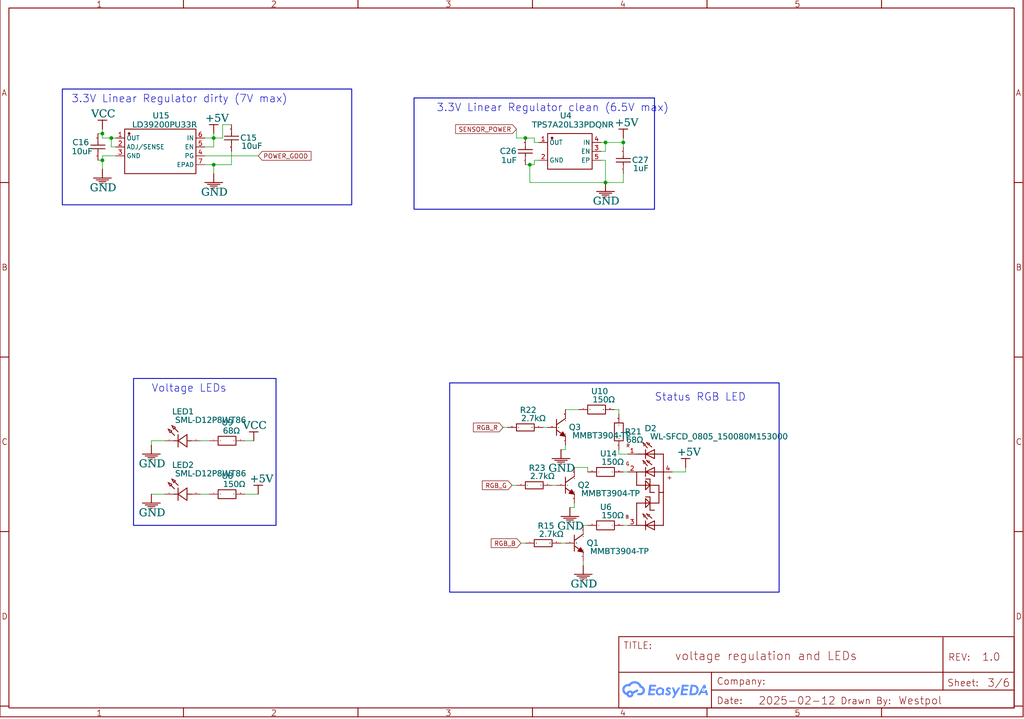
<source format=kicad_sch>
(kicad_sch (version 20250114) (generator "eeschema") (generator_version "9.0")
  (paper "User" 292.1 205.105)
  (lib_symbols
    (symbol "+5V" (power) (pin_numbers (hide yes)) (pin_names (hide yes))
      (property "Value" "+5V" (at 0 -3.81 0))
      (symbol "+5V_0_0"
        (pin power_in line (at 0 0 270) (length 0) (name "+5V") (number "1"))
      )
    )
    (symbol "CL05A105KO5NNNC"
      (property "Reference" "C26" (at -7.239 0.8763 0))
      (property "Value" "1uF" (at -7.112 -1.6637 0))
      (symbol "CL05A105KO5NNNC_0_0"
        (pin input line (at 0 3.81 270) (length 2.54) (name "2") (number "2"))
        (pin input line (at 0 -3.81 90) (length 2.54) (name "1") (number "1"))
      )
    )
    (symbol "CL05A105KO5NNNC_1"
      (property "Reference" "C27" (at 2.54 0.8763 0))
      (property "Value" "1uF" (at 2.54 -1.4097 0))
      (symbol "CL05A105KO5NNNC_1_0_0"
        (pin input line (at 0 3.81 270) (length 2.54) (name "2") (number "2"))
        (pin input line (at 0 -3.81 90) (length 2.54) (name "1") (number "1"))
      )
    )
    (symbol "CL31A106KAHNNNE"
      (property "Reference" "C15" (at 2.54 0.8763 0))
      (property "Value" "10uF" (at 2.54 -1.4097 0))
      (symbol "CL31A106KAHNNNE_0_0"
        (pin input line (at 0 3.81 270) (length 2.54) (name "1") (number "1"))
        (pin input line (at 0 -3.81 90) (length 2.54) (name "2") (number "2"))
      )
    )
    (symbol "CL31A106KAHNNNE_1"
      (property "Reference" "C16" (at -7.239 2.1209 0))
      (property "Value" "10uF" (at -7.7724 -0.3937 0))
      (symbol "CL31A106KAHNNNE_1_0_0"
        (pin input line (at 0 3.81 270) (length 2.54) (name "1") (number "1"))
        (pin input line (at 0 -3.81 90) (length 2.54) (name "2") (number "2"))
      )
    )
    (symbol "CRCW040268R0FKEDC"
      (property "Reference" "U9" (at -1.4986 6.0325 0))
      (property "Value" "68Ω" (at -1.4986 3.7211 0))
      (symbol "CRCW040268R0FKEDC_0_0"
        (pin unspecified line (at -5.08 0 0) (length 2.54) (name "1") (number "1"))
        (pin unspecified line (at 5.08 0 180) (length 2.54) (name "2") (number "2"))
      )
    )
    (symbol "CRCW040268R0FKEDC_1"
      (property "Reference" "R21" (at 1.778 0.8763 0))
      (property "Value" "68Ω" (at 1.778 -1.4097 0))
      (symbol "CRCW040268R0FKEDC_1_0_0"
        (pin unspecified line (at 0 5.08 270) (length 2.54) (name "2") (number "2"))
        (pin unspecified line (at 0 -5.08 90) (length 2.54) (name "1") (number "1"))
      )
    )
    (symbol "GND" (power) (pin_numbers (hide yes)) (pin_names (hide yes))
      (property "Value" "GND" (at 0 -6.35 0))
      (symbol "GND_0_0"
        (pin power_in line (at 0 0 270) (length 0) (name "GND") (number "1"))
      )
    )
    (symbol "LD39200PU33R"
      (property "Reference" "U15" (at -2.159 9.7409 0))
      (property "Value" "LD39200PU33R" (at -8.636 7.2009 0))
      (symbol "LD39200PU33R_0_0"
        (pin unspecified line (at -12.7 2.54 0) (length 2.54) (name "OUT") (number "1"))
        (pin unspecified line (at -12.7 0 0) (length 2.54) (name "ADJ/SENSE") (number "2"))
        (pin unspecified line (at -12.7 -2.54 0) (length 2.54) (name "GND") (number "3"))
        (pin unspecified line (at 12.7 2.54 180) (length 2.54) (name "IN") (number "6"))
        (pin unspecified line (at 12.7 0 180) (length 2.54) (name "EN") (number "5"))
        (pin unspecified line (at 12.7 -2.54 180) (length 2.54) (name "PG") (number "4"))
        (pin unspecified line (at 12.7 -5.08 180) (length 2.54) (name "EPAD") (number "7"))
      )
    )
    (symbol "MMBT3904-TP"
      (property "Reference" "Q1" (at 3.556 0.8763 0))
      (property "Value" "MMBT3904-TP" (at 3.556 -1.4351 0))
      (symbol "MMBT3904-TP_0_0"
        (pin unspecified line (at -2.54 0 0) (length 2.54) (name "B") (number "1"))
        (pin unspecified line (at 2.54 5.08 270) (length 2.54) (name "C") (number "3"))
        (pin unspecified line (at 2.54 -5.08 90) (length 2.54) (name "E") (number "2"))
      )
    )
    (symbol "MMBT3904-TP_1"
      (property "Reference" "Q2" (at 3.556 0.8763 0))
      (property "Value" "MMBT3904-TP" (at 3.556 -1.4351 0))
      (symbol "MMBT3904-TP_1_0_0"
        (pin unspecified line (at -2.54 0 0) (length 2.54) (name "B") (number "1"))
        (pin unspecified line (at 2.54 5.08 270) (length 2.54) (name "C") (number "3"))
        (pin unspecified line (at 2.54 -5.08 90) (length 2.54) (name "E") (number "2"))
      )
    )
    (symbol "MMBT3904-TP_2"
      (property "Reference" "Q3" (at 3.556 0.8763 0))
      (property "Value" "MMBT3904-TP" (at 3.556 -1.4351 0))
      (symbol "MMBT3904-TP_2_0_0"
        (pin unspecified line (at -2.54 0 0) (length 2.54) (name "B") (number "1"))
        (pin unspecified line (at 2.54 5.08 270) (length 2.54) (name "C") (number "3"))
        (pin unspecified line (at 2.54 -5.08 90) (length 2.54) (name "E") (number "2"))
      )
    )
    (symbol "RC0402FR-072K7L"
      (property "Reference" "R15" (at -1.4986 5.7531 0))
      (property "Value" "2.7kΩ" (at -1.4986 3.4671 0))
      (symbol "RC0402FR-072K7L_0_0"
        (pin input line (at -5.08 0 0) (length 2.54) (name "1") (number "1"))
        (pin input line (at 5.08 0 180) (length 2.54) (name "2") (number "2"))
      )
    )
    (symbol "RC0402FR-072K7L_1"
      (property "Reference" "R22" (at -1.4986 5.7531 0))
      (property "Value" "2.7kΩ" (at -1.4986 3.4671 0))
      (symbol "RC0402FR-072K7L_1_0_0"
        (pin input line (at -5.08 0 0) (length 2.54) (name "1") (number "1"))
        (pin input line (at 5.08 0 180) (length 2.54) (name "2") (number "2"))
      )
    )
    (symbol "RC0402FR-072K7L_2"
      (property "Reference" "R23" (at -1.4986 5.7531 0))
      (property "Value" "2.7kΩ" (at -1.4986 3.4671 0))
      (symbol "RC0402FR-072K7L_2_0_0"
        (pin input line (at -5.08 0 0) (length 2.54) (name "1") (number "1"))
        (pin input line (at 5.08 0 180) (length 2.54) (name "2") (number "2"))
      )
    )
    (symbol "SML-D12P8WT86"
      (property "Reference" "LED1" (at -2.9464 9.1313 0))
      (property "Value" "SML-D12P8WT86" (at -2.9464 6.7691 0))
      (symbol "SML-D12P8WT86_0_0"
        (pin unspecified line (at -5.08 0 0) (length 2.54) (name "K") (number "1"))
        (pin unspecified line (at 5.08 0 180) (length 2.54) (name "A") (number "2"))
      )
    )
    (symbol "SML-D12P8WT86_1"
      (property "Reference" "LED2" (at -2.9464 9.1313 0))
      (property "Value" "SML-D12P8WT86" (at -2.9464 6.7691 0))
      (symbol "SML-D12P8WT86_1_0_0"
        (pin unspecified line (at -5.08 0 0) (length 2.54) (name "K") (number "1"))
        (pin unspecified line (at 5.08 0 180) (length 2.54) (name "A") (number "2"))
      )
    )
    (symbol "TNPW0402150RBYEP"
      (property "Reference" "U8" (at -1.4986 6.0579 0))
      (property "Value" "150Ω" (at -1.4986 3.7211 0))
      (symbol "TNPW0402150RBYEP_0_0"
        (pin unspecified line (at -5.08 0 0) (length 2.54) (name "1") (number "1"))
        (pin unspecified line (at 5.08 0 180) (length 2.54) (name "2") (number "2"))
      )
    )
    (symbol "TNPW0402150RBYEP_1"
      (property "Reference" "U6" (at -1.4986 6.0325 0))
      (property "Value" "150Ω" (at -1.4986 3.7211 0))
      (symbol "TNPW0402150RBYEP_1_0_0"
        (pin unspecified line (at -5.08 0 0) (length 2.54) (name "1") (number "1"))
        (pin unspecified line (at 5.08 0 180) (length 2.54) (name "2") (number "2"))
      )
    )
    (symbol "TNPW0402150RBYEP_2"
      (property "Reference" "U10" (at -1.4986 6.0325 0))
      (property "Value" "150Ω" (at -1.4986 3.7211 0))
      (symbol "TNPW0402150RBYEP_2_0_0"
        (pin unspecified line (at -5.08 0 0) (length 2.54) (name "1") (number "1"))
        (pin unspecified line (at 5.08 0 180) (length 2.54) (name "2") (number "2"))
      )
    )
    (symbol "TNPW0402150RBYEP_3"
      (property "Reference" "U14" (at -1.4986 6.0325 0))
      (property "Value" "150Ω" (at -1.4986 3.7211 0))
      (symbol "TNPW0402150RBYEP_3_0_0"
        (pin unspecified line (at -5.08 0 0) (length 2.54) (name "1") (number "1"))
        (pin unspecified line (at 5.08 0 180) (length 2.54) (name "2") (number "2"))
      )
    )
    (symbol "TPS7A20L33PDQNR"
      (property "Reference" "U4" (at -2.7686 11.0109 0))
      (property "Value" "TPS7A20L33PDQNR" (at -11.3284 8.4709 0))
      (symbol "TPS7A20L33PDQNR_0_0"
        (pin unspecified line (at -8.89 2.54 0) (length 2.54) (name "OUT") (number "1"))
        (pin unspecified line (at -8.89 -2.54 0) (length 2.54) (name "GND") (number "2"))
        (pin unspecified line (at 8.89 2.54 180) (length 2.54) (name "IN") (number "4"))
        (pin unspecified line (at 8.89 0 180) (length 2.54) (name "EN") (number "3"))
        (pin unspecified line (at 8.89 -2.54 180) (length 2.54) (name "EP") (number "5"))
      )
    )
    (symbol "Unknown_0_-806"
      (symbol "Unknown_0_-806_0_0"
        (text "A" (at 0.381 -25.7429 0) (effects (font (size 1.6891 1.6891)) (justify left top)))
        (text "B" (at 0.381 -75.5269 0) (effects (font (size 1.6891 1.6891)) (justify left top)))
        (text "C" (at 0.381 -125.3109 0) (effects (font (size 1.6891 1.6891)) (justify left top)))
        (text "D" (at 0.381 -175.0949 0) (effects (font (size 1.6891 1.6891)) (justify left top)))
        (text "1" (at 27.432 -0.4699 0) (effects (font (size 1.6891 1.6891)) (justify left top)))
        (text "1" (at 27.432 -202.6539 0) (effects (font (size 1.6891 1.6891)) (justify left top)))
        (text "2" (at 77.216 -0.4699 0) (effects (font (size 1.6891 1.6891)) (justify left top)))
        (text "2" (at 77.216 -202.6539 0) (effects (font (size 1.6891 1.6891)) (justify left top)))
        (text "3" (at 127 -0.4699 0) (effects (font (size 1.6891 1.6891)) (justify left top)))
        (text "3" (at 127 -202.6539 0) (effects (font (size 1.6891 1.6891)) (justify left top)))
        (text "4" (at 176.784 -0.4699 0) (effects (font (size 1.6891 1.6891)) (justify left top)))
        (text "4" (at 176.784 -202.6539 0) (effects (font (size 1.6891 1.6891)) (justify left top)))
        (text "TITLE:" (at 177.7746 -183.2356 0) (effects (font (size 1.9304 1.9304)) (justify left top)))
        (text "voltage regulation and LEDs" (at 192.4304 -185.928 0) (effects (font (size 2.413 2.413)) (justify left top)))
        (text "Company:" (at 204.3684 -193.4464 0) (effects (font (size 1.9304 1.9304)) (justify left top)))
        (text "Date:" (at 204.3684 -198.9836 0) (effects (font (size 1.9304 1.9304)) (justify left top)))
        (text "2025-02-12" (at 216.3064 -198.8439 0) (effects (font (size 2.1717 2.1717)) (justify left top)))
        (text "5" (at 226.568 -0.4699 0) (effects (font (size 1.6891 1.6891)) (justify left top)))
        (text "5" (at 226.568 -202.6539 0) (effects (font (size 1.6891 1.6891)) (justify left top)))
        (text "Drawn By:" (at 239.6744 -199.0344 0) (effects (font (size 1.9304 1.9304)) (justify left top)))
        (text "Westpol" (at 256.1844 -198.7931 0) (effects (font (size 2.1717 2.1717)) (justify left top)))
        (text "Sheet:" (at 270.1544 -193.9036 0) (effects (font (size 1.9304 1.9304)) (justify left top)))
        (text "REV:" (at 270.4084 -186.5884 0) (effects (font (size 1.9304 1.9304)) (justify left top)))
        (text "1.0" (at 280.0604 -186.3471 0) (effects (font (size 2.1717 2.1717)) (justify left top)))
        (text "3/6" (at 281.5844 -193.7639 0) (effects (font (size 2.1717 2.1717)) (justify left top)))
        (text "A" (at 289.687 -25.7429 0) (effects (font (size 1.6891 1.6891)) (justify left top)))
        (text "B" (at 289.687 -75.5269 0) (effects (font (size 1.6891 1.6891)) (justify left top)))
        (text "C" (at 289.687 -125.3109 0) (effects (font (size 1.6891 1.6891)) (justify left top)))
        (text "D" (at 289.687 -175.0949 0) (effects (font (size 1.6891 1.6891)) (justify left top)))
      )
    )
    (symbol "VCC" (power) (pin_numbers (hide yes)) (pin_names (hide yes))
      (property "Value" "VCC" (at 0 -3.81 0))
      (symbol "VCC_0_0"
        (pin power_in line (at 0 0 270) (length 0) (name "VCC") (number "1"))
      )
    )
    (symbol "WL-SFCD_0805_150080M153000"
      (property "Reference" "D2" (at -1.2446 17.3101 0))
      (property "Value" "WL-SFCD_0805_150080M153000" (at -1.2446 15.0241 0))
      (symbol "WL-SFCD_0805_150080M153000_0_0"
        (text "B" (at -6.8326 -8.2216 0) (effects (font (size 0.9169 0.9169)) (justify left top)))
        (text "G" (at -6.6802 6.9422 0) (effects (font (size 0.9169 0.9169)) (justify left top)))
        (text "R" (at -6.5786 12.073 0) (effects (font (size 0.9169 0.9169)) (justify left top)))
        (text "+" (at 4.9022 3.24 0) (effects (font (size 1.303 1.303)) (justify left top)))
        (pin bidirectional line (at -6.096 9.144 0) (length 2.4892) (name "R") (number "1"))
        (pin bidirectional line (at -6.096 4.064 0) (length 2.4892) (name "G") (number "2"))
        (pin bidirectional line (at -6.096 -11.176 0) (length 2.4892) (name "B") (number "3"))
        (pin bidirectional line (at 6.604 4.064 180) (length 2.4892) (name "4") (number "4"))
      )
    )
  )
  (rectangle (start 118.11 27.94) (end 186.69 59.69) (stroke (width 0.254)))
  (rectangle (start 128.27 109.22) (end 222.25 168.91) (stroke (width 0.254)))
  (rectangle (start 38.1 107.95) (end 78.74 149.86) (stroke (width 0.254)))
  (rectangle (start 17.78 25.4) (end 100.33 58.42) (stroke (width 0.254)))
  (text "Status RGB LED" (at 186.69 112.1283 0) (effects (font (size 2.1717 2.1717)) (justify left top)))
  (text "Voltage LEDs" (at 43.18 109.5883 0) (effects (font (size 2.1717 2.1717)) (justify left top)))
  (text "3.3V Linear Regulator dirty (7V max)" (at 20.32 27.0383 0) (effects (font (size 2.1717 2.1717)) (justify left top)))
  (text "3.3V Linear Regulator clean (6.5V max)" (at 124.46 29.5783 0) (effects (font (size 2.1717 2.1717)) (justify left top)))
  (junction (at 177.8 40.64))
  (junction (at 149.86 39.37))
  (junction (at 172.72 52.07))
  (junction (at 29.21 45.72))
  (junction (at 60.96 46.99))
  (junction (at 29.21 38.1))
  (junction (at 31.75 39.37))
  (junction (at 151.13 46.99))
  (junction (at 60.96 39.37))
  (junction (at 172.72 40.64))
  (wire (pts (xy 73.66 140.97) (xy 69.85 140.97)))
  (wire (pts (xy 177.8 41.91) (xy 177.8 40.64)))
  (wire (pts (xy 172.72 45.72) (xy 171.45 45.72)))
  (wire (pts (xy 156.21 121.92) (xy 154.94 121.92)))
  (wire (pts (xy 151.13 52.07) (xy 151.13 46.99)))
  (wire (pts (xy 63.5 39.37) (xy 60.96 39.37)))
  (wire (pts (xy 176.53 118.11) (xy 176.53 116.84)))
  (wire (pts (xy 177.8 52.07) (xy 172.72 52.07)))
  (wire (pts (xy 172.72 52.07) (xy 151.13 52.07)))
  (wire (pts (xy 147.32 39.37) (xy 149.86 39.37)))
  (wire (pts (xy 177.8 39.37) (xy 177.8 40.64)))
  (wire (pts (xy 167.64 149.86) (xy 166.37 149.86)))
  (wire (pts (xy 29.21 48.26) (xy 29.21 45.72)))
  (wire (pts (xy 60.96 49.53) (xy 60.96 46.99)))
  (wire (pts (xy 58.42 39.37) (xy 60.96 39.37)))
  (wire (pts (xy 163.83 143.51) (xy 163.83 144.78)))
  (wire (pts (xy 176.53 129.54) (xy 179.07 129.54)))
  (wire (pts (xy 195.58 133.35) (xy 195.58 134.62)))
  (wire (pts (xy 177.8 49.53) (xy 177.8 52.07)))
  (wire (pts (xy 176.53 116.84) (xy 175.26 116.84)))
  (wire (pts (xy 58.42 41.91) (xy 60.96 41.91)))
  (wire (pts (xy 66.04 43.18) (xy 66.04 46.99)))
  (wire (pts (xy 72.39 125.73) (xy 69.85 125.73)))
  (wire (pts (xy 161.29 127) (xy 161.29 128.27)))
  (wire (pts (xy 60.96 41.91) (xy 60.96 39.37)))
  (wire (pts (xy 165.1 116.84) (xy 161.29 116.84)))
  (wire (pts (xy 167.64 134.62) (xy 167.64 133.35)))
  (wire (pts (xy 27.94 45.72) (xy 29.21 45.72)))
  (wire (pts (xy 27.94 38.1) (xy 29.21 38.1)))
  (wire (pts (xy 152.4 46.99) (xy 152.4 45.72)))
  (wire (pts (xy 166.37 161.29) (xy 166.37 160.02)))
  (wire (pts (xy 163.83 144.78) (xy 162.56 144.78)))
  (wire (pts (xy 177.8 40.64) (xy 172.72 40.64)))
  (wire (pts (xy 66.04 35.56) (xy 63.5 35.56)))
  (wire (pts (xy 171.45 40.64) (xy 172.72 40.64)))
  (wire (pts (xy 46.99 125.73) (xy 43.18 125.73)))
  (wire (pts (xy 176.53 128.27) (xy 176.53 129.54)))
  (wire (pts (xy 195.58 134.62) (xy 191.77 134.62)))
  (wire (pts (xy 60.96 39.37) (xy 60.96 38.1)))
  (wire (pts (xy 148.59 154.94) (xy 149.86 154.94)))
  (wire (pts (xy 151.13 46.99) (xy 152.4 46.99)))
  (wire (pts (xy 29.21 39.37) (xy 31.75 39.37)))
  (wire (pts (xy 161.29 128.27) (xy 160.02 128.27)))
  (wire (pts (xy 31.75 39.37) (xy 33.02 39.37)))
  (wire (pts (xy 172.72 43.18) (xy 171.45 43.18)))
  (wire (pts (xy 149.86 39.37) (xy 152.4 39.37)))
  (wire (pts (xy 29.21 45.72) (xy 29.21 44.45)))
  (wire (pts (xy 43.18 125.73) (xy 43.18 127)))
  (wire (pts (xy 46.99 140.97) (xy 43.18 140.97)))
  (wire (pts (xy 31.75 41.91) (xy 31.75 39.37)))
  (wire (pts (xy 66.04 46.99) (xy 60.96 46.99)))
  (wire (pts (xy 60.96 46.99) (xy 58.42 46.99)))
  (wire (pts (xy 147.32 138.43) (xy 146.05 138.43)))
  (wire (pts (xy 167.64 133.35) (xy 163.83 133.35)))
  (wire (pts (xy 63.5 35.56) (xy 63.5 39.37)))
  (wire (pts (xy 33.02 41.91) (xy 31.75 41.91)))
  (wire (pts (xy 29.21 38.1) (xy 29.21 39.37)))
  (wire (pts (xy 152.4 45.72) (xy 153.67 45.72)))
  (wire (pts (xy 59.69 125.73) (xy 57.15 125.73)))
  (wire (pts (xy 179.07 134.62) (xy 177.8 134.62)))
  (wire (pts (xy 144.78 121.92) (xy 143.51 121.92)))
  (wire (pts (xy 158.75 138.43) (xy 157.48 138.43)))
  (wire (pts (xy 179.07 149.86) (xy 177.8 149.86)))
  (wire (pts (xy 152.4 40.64) (xy 153.67 40.64)))
  (wire (pts (xy 172.72 40.64) (xy 172.72 43.18)))
  (wire (pts (xy 147.32 36.83) (xy 147.32 39.37)))
  (wire (pts (xy 152.4 39.37) (xy 152.4 40.64)))
  (wire (pts (xy 149.86 46.99) (xy 151.13 46.99)))
  (wire (pts (xy 160.02 154.94) (xy 161.29 154.94)))
  (wire (pts (xy 172.72 52.07) (xy 172.72 45.72)))
  (wire (pts (xy 59.69 140.97) (xy 57.15 140.97)))
  (wire (pts (xy 73.66 44.45) (xy 58.42 44.45)))
  (wire (pts (xy 29.21 44.45) (xy 33.02 44.45)))
  (wire (pts (xy 29.21 36.83) (xy 29.21 38.1)))
  (global_label "POWER_GOOD" (shape input) (at 73.66 44.45 0) (property "Intersheetrefs" "${INTERSHEET_REFS}" (effects (hide yes))))
  (global_label "RGB_B" (shape input) (at 148.59 154.94 180) (property "Intersheetrefs" "${INTERSHEET_REFS}" (effects (hide yes))))
  (global_label "SENSOR_POWER" (shape input) (at 147.32 36.83 180) (property "Intersheetrefs" "${INTERSHEET_REFS}" (effects (hide yes))))
  (global_label "RGB_G" (shape input) (at 146.05 138.43 180) (property "Intersheetrefs" "${INTERSHEET_REFS}" (effects (hide yes))))
  (global_label "RGB_R" (shape input) (at 143.51 121.92 180) (property "Intersheetrefs" "${INTERSHEET_REFS}" (effects (hide yes))))
  (symbol (lib_id "MMBT3904-TP_2") (at 158.75 121.92 0) (unit 0)
    (property "Reference" "Q3" (at 162.306 121.0437 0) (effects (font (size 1.6891 1.6891)) (justify left top)))
    (property "Value" "MMBT3904-TP" (at 162.306 123.3551 0) (effects (font (size 1.6891 1.6891)) (justify left top)))
    (property "Manufacturer Part" "MMBT3904-TP" (effects (hide yes)))
    (property "Manufacturer" "MCC(美微科)" (effects (hide yes)))
    (property "Supplier Part" "C77991" (effects (hide yes)))
    (property "Supplier" "LCSC" (effects (hide yes)))
  )
  (symbol (lib_id "+5V") (at 73.66 140.97 0) (mirror x) (unit 0)
    (property "Reference" "#PWR?" (effects (hide yes)))
    (property "Value" "+5V" (at 71.12 137.922 0) (effects (font (size 2.1717 2.1717)) (justify left top)))
    (property "Description" "Power symbol creates a global label with name '+5V'" (effects (hide yes)))
  )
  (symbol (lib_id "GND") (at 43.18 140.97 0) (unit 0)
    (property "Reference" "#PWR?" (effects (hide yes)))
    (property "Value" "GND" (at 39.878 147.574 0) (effects (font (size 2.1717 2.1717)) (justify left bottom)))
    (property "Description" "Power symbol creates a global label with name 'GND'" (effects (hide yes)))
  )
  (symbol (lib_id "GND") (at 43.18 127 0) (unit 0)
    (property "Reference" "#PWR?" (effects (hide yes)))
    (property "Value" "GND" (at 39.878 133.604 0) (effects (font (size 2.1717 2.1717)) (justify left bottom)))
    (property "Description" "Power symbol creates a global label with name 'GND'" (effects (hide yes)))
  )
  (symbol (lib_id "TPS7A20L33PDQNR") (at 162.56 43.18 0) (unit 0)
    (property "Reference" "U4" (at 159.7914 32.1691 0) (effects (font (size 1.6891 1.6891)) (justify left top)))
    (property "Value" "TPS7A20L33PDQNR" (at 151.2316 34.7091 0) (effects (font (size 1.6891 1.6891)) (justify left top)))
    (property "Manufacturer Part" "TPS7A20L33PDQNR" (effects (hide yes)))
    (property "Manufacturer" "TI(德州仪器)" (effects (hide yes)))
    (property "Supplier Part" "C22445532" (effects (hide yes)))
    (property "Supplier" "LCSC" (effects (hide yes)))
  )
  (symbol (lib_id "+5V") (at 60.96 38.1 0) (mirror x) (unit 0)
    (property "Reference" "#PWR?" (effects (hide yes)))
    (property "Value" "+5V" (at 58.42 35.052 0) (effects (font (size 2.1717 2.1717)) (justify left top)))
    (property "Description" "Power symbol creates a global label with name '+5V'" (effects (hide yes)))
  )
  (symbol (lib_id "CL05A105KO5NNNC") (at 149.86 43.18 0) (unit 0)
    (property "Reference" "C26" (at 142.621 42.3037 0) (effects (font (size 1.6891 1.6891)) (justify left top)))
    (property "Value" "1uF" (at 142.748 44.8437 0) (effects (font (size 1.6891 1.6891)) (justify left top)))
    (property "Manufacturer Part" "CL05A105KO5NNNC" (effects (hide yes)))
    (property "Manufacturer" "SAMSUNG(三星)" (effects (hide yes)))
    (property "Supplier Part" "C29266" (effects (hide yes)))
    (property "Supplier" "LCSC" (effects (hide yes)))
  )
  (symbol (lib_id "+5V") (at 195.58 133.35 0) (mirror x) (unit 0)
    (property "Reference" "#PWR?" (effects (hide yes)))
    (property "Value" "+5V" (at 193.04 130.302 0) (effects (font (size 2.1717 2.1717)) (justify left top)))
    (property "Description" "Power symbol creates a global label with name '+5V'" (effects (hide yes)))
  )
  (symbol (lib_id "TNPW0402150RBYEP_3") (at 172.72 134.62 0) (unit 0)
    (property "Reference" "U14" (at 171.2214 128.5875 0) (effects (font (size 1.6891 1.6891)) (justify left top)))
    (property "Value" "150Ω" (at 171.2214 130.8989 0) (effects (font (size 1.6891 1.6891)) (justify left top)))
    (property "Manufacturer Part" "TNPW0402150RBYEP" (effects (hide yes)))
    (property "Manufacturer" "VISHAY(威世)" (effects (hide yes)))
    (property "Supplier Part" "C4103204" (effects (hide yes)))
    (property "Supplier" "LCSC" (effects (hide yes)))
  )
  (symbol (lib_id "GND") (at 172.72 52.07 0) (unit 0)
    (property "Reference" "#PWR?" (effects (hide yes)))
    (property "Value" "GND" (at 169.418 58.674 0) (effects (font (size 2.1717 2.1717)) (justify left bottom)))
    (property "Description" "Power symbol creates a global label with name 'GND'" (effects (hide yes)))
  )
  (symbol (lib_id "LD39200PU33R") (at 45.72 41.91 0) (unit 0)
    (property "Reference" "U15" (at 43.561 32.1691 0) (effects (font (size 1.6891 1.6891)) (justify left top)))
    (property "Value" "LD39200PU33R" (at 37.084 34.7091 0) (effects (font (size 1.6891 1.6891)) (justify left top)))
    (property "Manufacturer Part" "LD39200PU33R" (effects (hide yes)))
    (property "Manufacturer" "ST(意法半导体)" (effects (hide yes)))
    (property "Supplier Part" "C222192" (effects (hide yes)))
    (property "Supplier" "LCSC" (effects (hide yes)))
  )
  (symbol (lib_id "CL31A106KAHNNNE_1") (at 27.94 41.91 0) (unit 0)
    (property "Reference" "C16" (at 20.701 39.7891 0) (effects (font (size 1.6891 1.6891)) (justify left top)))
    (property "Value" "10uF" (at 20.1676 42.3037 0) (effects (font (size 1.6891 1.6891)) (justify left top)))
    (property "Manufacturer Part" "CL31A106KAHNNNE" (effects (hide yes)))
    (property "Manufacturer" "SAMSUNG(三星)" (effects (hide yes)))
    (property "Supplier Part" "C9807" (effects (hide yes)))
    (property "Supplier" "LCSC" (effects (hide yes)))
  )
  (symbol (lib_id "CL05A105KO5NNNC_1") (at 177.8 45.72 0) (unit 0)
    (property "Reference" "C27" (at 180.34 44.8437 0) (effects (font (size 1.6891 1.6891)) (justify left top)))
    (property "Value" "1uF" (at 180.34 47.1297 0) (effects (font (size 1.6891 1.6891)) (justify left top)))
    (property "Manufacturer Part" "CL05A105KO5NNNC" (effects (hide yes)))
    (property "Manufacturer" "SAMSUNG(三星)" (effects (hide yes)))
    (property "Supplier Part" "C29266" (effects (hide yes)))
    (property "Supplier" "LCSC" (effects (hide yes)))
  )
  (symbol (lib_id "+5V") (at 177.8 39.37 0) (mirror x) (unit 0)
    (property "Reference" "#PWR?" (effects (hide yes)))
    (property "Value" "+5V" (at 175.26 36.322 0) (effects (font (size 2.1717 2.1717)) (justify left top)))
    (property "Description" "Power symbol creates a global label with name '+5V'" (effects (hide yes)))
  )
  (symbol (lib_id "GND") (at 29.21 48.26 0) (unit 0)
    (property "Reference" "#PWR?" (effects (hide yes)))
    (property "Value" "GND" (at 25.908 54.864 0) (effects (font (size 2.1717 2.1717)) (justify left bottom)))
    (property "Description" "Power symbol creates a global label with name 'GND'" (effects (hide yes)))
  )
  (symbol (lib_id "RC0402FR-072K7L") (at 154.94 154.94 0) (unit 0)
    (property "Reference" "R15" (at 153.4414 149.1869 0) (effects (font (size 1.6891 1.6891)) (justify left top)))
    (property "Value" "2.7kΩ" (at 153.4414 151.4729 0) (effects (font (size 1.6891 1.6891)) (justify left top)))
    (property "Manufacturer Part" "RC0402FR-072K7L" (effects (hide yes)))
    (property "Manufacturer" "YAGEO(国巨)" (effects (hide yes)))
    (property "Supplier Part" "C138017" (effects (hide yes)))
    (property "Supplier" "LCSC" (effects (hide yes)))
  )
  (symbol (lib_id "WL-SFCD_0805_150080M153000") (at 185.166 138.684 0) (unit 0)
    (property "Reference" "D2" (at 183.9214 121.3739 0) (effects (font (size 1.6891 1.6891)) (justify left top)))
    (property "Value" "WL-SFCD_0805_150080M153000" (at 183.9214 123.6599 0) (effects (font (size 1.6891 1.6891)) (justify left top)))
  )
  (symbol (lib_id "VCC") (at 72.39 125.73 0) (mirror x) (unit 0)
    (property "Reference" "#PWR?" (effects (hide yes)))
    (property "Value" "VCC" (at 69.342 122.682 0) (effects (font (size 2.1717 2.1717)) (justify left top)))
    (property "Description" "Power symbol creates a global label with name 'VCC'" (effects (hide yes)))
  )
  (symbol (lib_id "SML-D12P8WT86") (at 52.07 125.73 0) (unit 0)
    (property "Reference" "LED1" (at 49.1236 116.5987 0) (effects (font (size 1.6891 1.6891)) (justify left top)))
    (property "Value" "SML-D12P8WT86" (at 49.1236 118.9609 0) (effects (font (size 1.6891 1.6891)) (justify left top)))
    (property "Manufacturer Part" "SML-D12P8WT86" (effects (hide yes)))
    (property "Manufacturer" "ROHM(罗姆)" (effects (hide yes)))
    (property "Supplier Part" "C510026" (effects (hide yes)))
    (property "Supplier" "LCSC" (effects (hide yes)))
  )
  (symbol (lib_id "SML-D12P8WT86_1") (at 52.07 140.97 0) (unit 0)
    (property "Reference" "LED2" (at 49.1236 131.8387 0) (effects (font (size 1.6891 1.6891)) (justify left top)))
    (property "Value" "SML-D12P8WT86" (at 49.1236 134.2009 0) (effects (font (size 1.6891 1.6891)) (justify left top)))
    (property "Manufacturer Part" "SML-D12P8WT86" (effects (hide yes)))
    (property "Manufacturer" "ROHM(罗姆)" (effects (hide yes)))
    (property "Supplier Part" "C510026" (effects (hide yes)))
    (property "Supplier" "LCSC" (effects (hide yes)))
  )
  (symbol (lib_id "CRCW040268R0FKEDC") (at 64.77 125.73 0) (unit 0)
    (property "Reference" "U9" (at 63.2714 119.6975 0) (effects (font (size 1.6891 1.6891)) (justify left top)))
    (property "Value" "68Ω" (at 63.2714 122.0089 0) (effects (font (size 1.6891 1.6891)) (justify left top)))
    (property "Manufacturer Part" "CRCW040268R0FKEDC" (effects (hide yes)))
    (property "Manufacturer" "VISHAY(威世)" (effects (hide yes)))
    (property "Supplier Part" "C3009203" (effects (hide yes)))
    (property "Supplier" "LCSC" (effects (hide yes)))
  )
  (symbol (lib_id "RC0402FR-072K7L_1") (at 149.86 121.92 0) (unit 0)
    (property "Reference" "R22" (at 148.3614 116.1669 0) (effects (font (size 1.6891 1.6891)) (justify left top)))
    (property "Value" "2.7kΩ" (at 148.3614 118.4529 0) (effects (font (size 1.6891 1.6891)) (justify left top)))
    (property "Manufacturer Part" "RC0402FR-072K7L" (effects (hide yes)))
    (property "Manufacturer" "YAGEO(国巨)" (effects (hide yes)))
    (property "Supplier Part" "C138017" (effects (hide yes)))
    (property "Supplier" "LCSC" (effects (hide yes)))
  )
  (symbol (lib_id "MMBT3904-TP_1") (at 161.29 138.43 0) (unit 0)
    (property "Reference" "Q2" (at 164.846 137.5537 0) (effects (font (size 1.6891 1.6891)) (justify left top)))
    (property "Value" "MMBT3904-TP" (at 164.846 139.8651 0) (effects (font (size 1.6891 1.6891)) (justify left top)))
    (property "Manufacturer Part" "MMBT3904-TP" (effects (hide yes)))
    (property "Manufacturer" "MCC(美微科)" (effects (hide yes)))
    (property "Supplier Part" "C77991" (effects (hide yes)))
    (property "Supplier" "LCSC" (effects (hide yes)))
  )
  (symbol (lib_id "CRCW040268R0FKEDC_1") (at 176.53 123.19 0) (unit 0)
    (property "Reference" "R21" (at 178.308 122.3137 0) (effects (font (size 1.6891 1.6891)) (justify left top)))
    (property "Value" "68Ω" (at 178.308 124.5997 0) (effects (font (size 1.6891 1.6891)) (justify left top)))
    (property "Manufacturer Part" "CRCW040268R0FKEDC" (effects (hide yes)))
    (property "Manufacturer" "VISHAY(威世)" (effects (hide yes)))
    (property "Supplier Part" "C3009203" (effects (hide yes)))
    (property "Supplier" "LCSC" (effects (hide yes)))
  )
  (symbol (lib_id "RC0402FR-072K7L_2") (at 152.4 138.43 0) (unit 0)
    (property "Reference" "R23" (at 150.9014 132.6769 0) (effects (font (size 1.6891 1.6891)) (justify left top)))
    (property "Value" "2.7kΩ" (at 150.9014 134.9629 0) (effects (font (size 1.6891 1.6891)) (justify left top)))
    (property "Manufacturer Part" "RC0402FR-072K7L" (effects (hide yes)))
    (property "Manufacturer" "YAGEO(国巨)" (effects (hide yes)))
    (property "Supplier Part" "C138017" (effects (hide yes)))
    (property "Supplier" "LCSC" (effects (hide yes)))
  )
  (symbol (lib_id "CL31A106KAHNNNE") (at 66.04 39.37 0) (unit 0)
    (property "Reference" "C15" (at 68.58 38.4937 0) (effects (font (size 1.6891 1.6891)) (justify left top)))
    (property "Value" "10uF" (at 68.58 40.7797 0) (effects (font (size 1.6891 1.6891)) (justify left top)))
    (property "Manufacturer Part" "CL31A106KAHNNNE" (effects (hide yes)))
    (property "Manufacturer" "SAMSUNG(三星)" (effects (hide yes)))
    (property "Supplier Part" "C9807" (effects (hide yes)))
    (property "Supplier" "LCSC" (effects (hide yes)))
  )
  (symbol (lib_id "TNPW0402150RBYEP_2") (at 170.18 116.84 0) (unit 0)
    (property "Reference" "U10" (at 168.6814 110.8075 0) (effects (font (size 1.6891 1.6891)) (justify left top)))
    (property "Value" "150Ω" (at 168.6814 113.1189 0) (effects (font (size 1.6891 1.6891)) (justify left top)))
    (property "Manufacturer Part" "TNPW0402150RBYEP" (effects (hide yes)))
    (property "Manufacturer" "VISHAY(威世)" (effects (hide yes)))
    (property "Supplier Part" "C4103204" (effects (hide yes)))
    (property "Supplier" "LCSC" (effects (hide yes)))
  )
  (symbol (lib_id "VCC") (at 29.21 36.83 0) (mirror x) (unit 0)
    (property "Reference" "#PWR?" (effects (hide yes)))
    (property "Value" "VCC" (at 26.162 33.782 0) (effects (font (size 2.1717 2.1717)) (justify left top)))
    (property "Description" "Power symbol creates a global label with name 'VCC'" (effects (hide yes)))
  )
  (symbol (lib_id "GND") (at 162.56 144.78 0) (unit 0)
    (property "Reference" "#PWR?" (effects (hide yes)))
    (property "Value" "GND" (at 159.258 151.384 0) (effects (font (size 2.1717 2.1717)) (justify left bottom)))
    (property "Description" "Power symbol creates a global label with name 'GND'" (effects (hide yes)))
  )
  (symbol (lib_id "TNPW0402150RBYEP") (at 64.77 140.97 0) (unit 0)
    (property "Reference" "U8" (at 63.2714 134.9121 0) (effects (font (size 1.6891 1.6891)) (justify left top)))
    (property "Value" "150Ω" (at 63.2714 137.2489 0) (effects (font (size 1.6891 1.6891)) (justify left top)))
    (property "Manufacturer Part" "TNPW0402150RBYEP" (effects (hide yes)))
    (property "Manufacturer" "VISHAY(威世)" (effects (hide yes)))
    (property "Supplier Part" "C4103204" (effects (hide yes)))
    (property "Supplier" "LCSC" (effects (hide yes)))
  )
  (symbol (lib_id "TNPW0402150RBYEP_1") (at 172.72 149.86 0) (unit 0)
    (property "Reference" "U6" (at 171.2214 143.8275 0) (effects (font (size 1.6891 1.6891)) (justify left top)))
    (property "Value" "150Ω" (at 171.2214 146.1389 0) (effects (font (size 1.6891 1.6891)) (justify left top)))
    (property "Manufacturer Part" "TNPW0402150RBYEP" (effects (hide yes)))
    (property "Manufacturer" "VISHAY(威世)" (effects (hide yes)))
    (property "Supplier Part" "C4103204" (effects (hide yes)))
    (property "Supplier" "LCSC" (effects (hide yes)))
  )
  (symbol (lib_id "GND") (at 60.96 49.53 0) (unit 0)
    (property "Reference" "#PWR?" (effects (hide yes)))
    (property "Value" "GND" (at 57.658 56.134 0) (effects (font (size 2.1717 2.1717)) (justify left bottom)))
    (property "Description" "Power symbol creates a global label with name 'GND'" (effects (hide yes)))
  )
  (symbol (lib_id "GND") (at 166.37 161.29 0) (unit 0)
    (property "Reference" "#PWR?" (effects (hide yes)))
    (property "Value" "GND" (at 163.068 167.894 0) (effects (font (size 2.1717 2.1717)) (justify left bottom)))
    (property "Description" "Power symbol creates a global label with name 'GND'" (effects (hide yes)))
  )
  (symbol (lib_id "Unknown_0_-806") (at 0 -0.254 0) (unit 0)
    (property "Reference" "A" (effects (hide yes)))
    (property "Value" "A" (effects (hide yes)))
    (property "Manufacturer Part" "?" (effects (hide yes)))
  )
  (symbol (lib_id "MMBT3904-TP") (at 163.83 154.94 0) (unit 0)
    (property "Reference" "Q1" (at 167.386 154.0637 0) (effects (font (size 1.6891 1.6891)) (justify left top)))
    (property "Value" "MMBT3904-TP" (at 167.386 156.3751 0) (effects (font (size 1.6891 1.6891)) (justify left top)))
    (property "Manufacturer Part" "MMBT3904-TP" (effects (hide yes)))
    (property "Manufacturer" "MCC(美微科)" (effects (hide yes)))
    (property "Supplier Part" "C77991" (effects (hide yes)))
    (property "Supplier" "LCSC" (effects (hide yes)))
  )
  (symbol (lib_id "GND") (at 160.02 128.27 0) (unit 0)
    (property "Reference" "#PWR?" (effects (hide yes)))
    (property "Value" "GND" (at 156.718 134.874 0) (effects (font (size 2.1717 2.1717)) (justify left bottom)))
    (property "Description" "Power symbol creates a global label with name 'GND'" (effects (hide yes)))
  )
)
</source>
